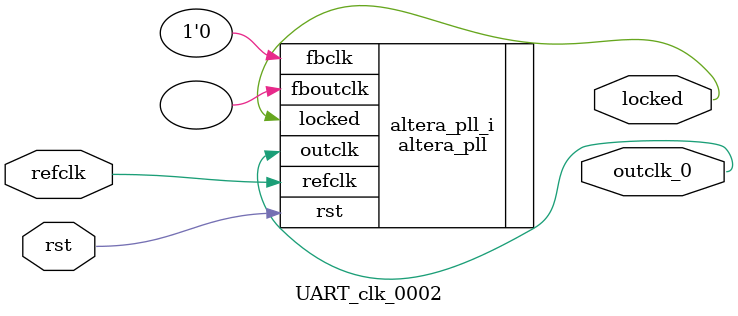
<source format=v>
`timescale 1ns/10ps
module  UART_clk_0002(

	// interface 'refclk'
	input wire refclk,

	// interface 'reset'
	input wire rst,

	// interface 'outclk0'
	output wire outclk_0,

	// interface 'locked'
	output wire locked
);

	altera_pll #(
		.fractional_vco_multiplier("true"),
		.reference_clock_frequency("50.0 MHz"),
		.operation_mode("direct"),
		.number_of_clocks(1),
		.output_clock_frequency0("1.843200 MHz"),
		.phase_shift0("0 ps"),
		.duty_cycle0(50),
		.output_clock_frequency1("0 MHz"),
		.phase_shift1("0 ps"),
		.duty_cycle1(50),
		.output_clock_frequency2("0 MHz"),
		.phase_shift2("0 ps"),
		.duty_cycle2(50),
		.output_clock_frequency3("0 MHz"),
		.phase_shift3("0 ps"),
		.duty_cycle3(50),
		.output_clock_frequency4("0 MHz"),
		.phase_shift4("0 ps"),
		.duty_cycle4(50),
		.output_clock_frequency5("0 MHz"),
		.phase_shift5("0 ps"),
		.duty_cycle5(50),
		.output_clock_frequency6("0 MHz"),
		.phase_shift6("0 ps"),
		.duty_cycle6(50),
		.output_clock_frequency7("0 MHz"),
		.phase_shift7("0 ps"),
		.duty_cycle7(50),
		.output_clock_frequency8("0 MHz"),
		.phase_shift8("0 ps"),
		.duty_cycle8(50),
		.output_clock_frequency9("0 MHz"),
		.phase_shift9("0 ps"),
		.duty_cycle9(50),
		.output_clock_frequency10("0 MHz"),
		.phase_shift10("0 ps"),
		.duty_cycle10(50),
		.output_clock_frequency11("0 MHz"),
		.phase_shift11("0 ps"),
		.duty_cycle11(50),
		.output_clock_frequency12("0 MHz"),
		.phase_shift12("0 ps"),
		.duty_cycle12(50),
		.output_clock_frequency13("0 MHz"),
		.phase_shift13("0 ps"),
		.duty_cycle13(50),
		.output_clock_frequency14("0 MHz"),
		.phase_shift14("0 ps"),
		.duty_cycle14(50),
		.output_clock_frequency15("0 MHz"),
		.phase_shift15("0 ps"),
		.duty_cycle15(50),
		.output_clock_frequency16("0 MHz"),
		.phase_shift16("0 ps"),
		.duty_cycle16(50),
		.output_clock_frequency17("0 MHz"),
		.phase_shift17("0 ps"),
		.duty_cycle17(50),
		.pll_type("General"),
		.pll_subtype("General")
	) altera_pll_i (
		.rst	(rst),
		.outclk	({outclk_0}),
		.locked	(locked),
		.fboutclk	( ),
		.fbclk	(1'b0),
		.refclk	(refclk)
	);
endmodule


</source>
